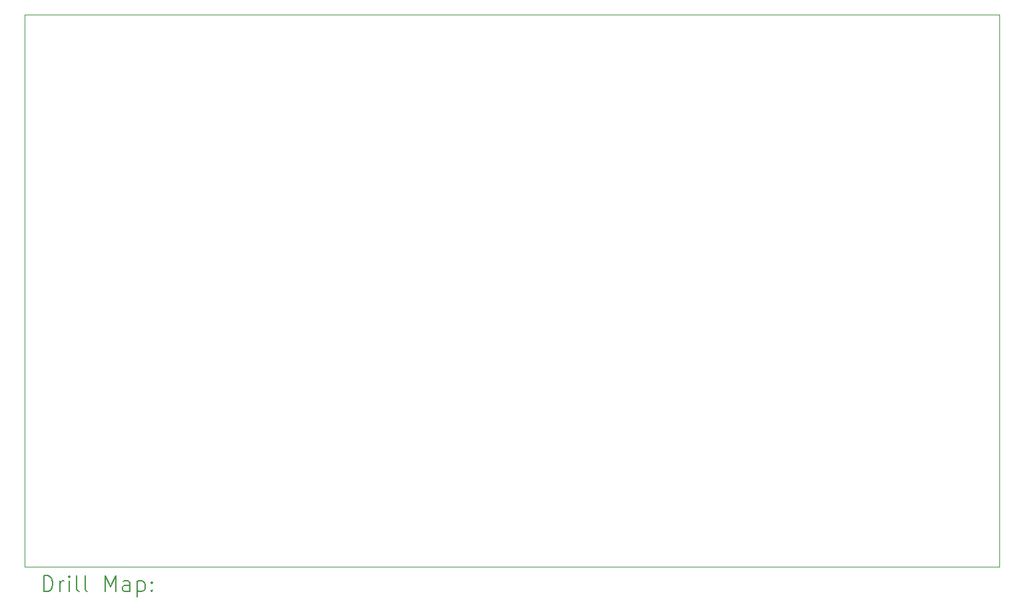
<source format=gbr>
%TF.GenerationSoftware,KiCad,Pcbnew,7.0.2*%
%TF.CreationDate,2023-05-13T16:33:51+02:00*%
%TF.ProjectId,pid_controller,7069645f-636f-46e7-9472-6f6c6c65722e,2.0*%
%TF.SameCoordinates,Original*%
%TF.FileFunction,Drillmap*%
%TF.FilePolarity,Positive*%
%FSLAX45Y45*%
G04 Gerber Fmt 4.5, Leading zero omitted, Abs format (unit mm)*
G04 Created by KiCad (PCBNEW 7.0.2) date 2023-05-13 16:33:51*
%MOMM*%
%LPD*%
G01*
G04 APERTURE LIST*
%ADD10C,0.100000*%
%ADD11C,0.200000*%
G04 APERTURE END LIST*
D10*
X7493000Y-6851650D02*
X19888200Y-6851650D01*
X19888200Y-13874750D01*
X7493000Y-13874750D01*
X7493000Y-6851650D01*
D11*
X7735619Y-14192274D02*
X7735619Y-13992274D01*
X7735619Y-13992274D02*
X7783238Y-13992274D01*
X7783238Y-13992274D02*
X7811809Y-14001798D01*
X7811809Y-14001798D02*
X7830857Y-14020845D01*
X7830857Y-14020845D02*
X7840381Y-14039893D01*
X7840381Y-14039893D02*
X7849905Y-14077988D01*
X7849905Y-14077988D02*
X7849905Y-14106559D01*
X7849905Y-14106559D02*
X7840381Y-14144655D01*
X7840381Y-14144655D02*
X7830857Y-14163702D01*
X7830857Y-14163702D02*
X7811809Y-14182750D01*
X7811809Y-14182750D02*
X7783238Y-14192274D01*
X7783238Y-14192274D02*
X7735619Y-14192274D01*
X7935619Y-14192274D02*
X7935619Y-14058940D01*
X7935619Y-14097036D02*
X7945143Y-14077988D01*
X7945143Y-14077988D02*
X7954667Y-14068464D01*
X7954667Y-14068464D02*
X7973714Y-14058940D01*
X7973714Y-14058940D02*
X7992762Y-14058940D01*
X8059428Y-14192274D02*
X8059428Y-14058940D01*
X8059428Y-13992274D02*
X8049905Y-14001798D01*
X8049905Y-14001798D02*
X8059428Y-14011321D01*
X8059428Y-14011321D02*
X8068952Y-14001798D01*
X8068952Y-14001798D02*
X8059428Y-13992274D01*
X8059428Y-13992274D02*
X8059428Y-14011321D01*
X8183238Y-14192274D02*
X8164190Y-14182750D01*
X8164190Y-14182750D02*
X8154667Y-14163702D01*
X8154667Y-14163702D02*
X8154667Y-13992274D01*
X8288000Y-14192274D02*
X8268952Y-14182750D01*
X8268952Y-14182750D02*
X8259428Y-14163702D01*
X8259428Y-14163702D02*
X8259428Y-13992274D01*
X8516571Y-14192274D02*
X8516571Y-13992274D01*
X8516571Y-13992274D02*
X8583238Y-14135131D01*
X8583238Y-14135131D02*
X8649905Y-13992274D01*
X8649905Y-13992274D02*
X8649905Y-14192274D01*
X8830857Y-14192274D02*
X8830857Y-14087512D01*
X8830857Y-14087512D02*
X8821333Y-14068464D01*
X8821333Y-14068464D02*
X8802286Y-14058940D01*
X8802286Y-14058940D02*
X8764190Y-14058940D01*
X8764190Y-14058940D02*
X8745143Y-14068464D01*
X8830857Y-14182750D02*
X8811810Y-14192274D01*
X8811810Y-14192274D02*
X8764190Y-14192274D01*
X8764190Y-14192274D02*
X8745143Y-14182750D01*
X8745143Y-14182750D02*
X8735619Y-14163702D01*
X8735619Y-14163702D02*
X8735619Y-14144655D01*
X8735619Y-14144655D02*
X8745143Y-14125607D01*
X8745143Y-14125607D02*
X8764190Y-14116083D01*
X8764190Y-14116083D02*
X8811810Y-14116083D01*
X8811810Y-14116083D02*
X8830857Y-14106559D01*
X8926095Y-14058940D02*
X8926095Y-14258940D01*
X8926095Y-14068464D02*
X8945143Y-14058940D01*
X8945143Y-14058940D02*
X8983238Y-14058940D01*
X8983238Y-14058940D02*
X9002286Y-14068464D01*
X9002286Y-14068464D02*
X9011810Y-14077988D01*
X9011810Y-14077988D02*
X9021333Y-14097036D01*
X9021333Y-14097036D02*
X9021333Y-14154178D01*
X9021333Y-14154178D02*
X9011810Y-14173226D01*
X9011810Y-14173226D02*
X9002286Y-14182750D01*
X9002286Y-14182750D02*
X8983238Y-14192274D01*
X8983238Y-14192274D02*
X8945143Y-14192274D01*
X8945143Y-14192274D02*
X8926095Y-14182750D01*
X9107048Y-14173226D02*
X9116571Y-14182750D01*
X9116571Y-14182750D02*
X9107048Y-14192274D01*
X9107048Y-14192274D02*
X9097524Y-14182750D01*
X9097524Y-14182750D02*
X9107048Y-14173226D01*
X9107048Y-14173226D02*
X9107048Y-14192274D01*
X9107048Y-14068464D02*
X9116571Y-14077988D01*
X9116571Y-14077988D02*
X9107048Y-14087512D01*
X9107048Y-14087512D02*
X9097524Y-14077988D01*
X9097524Y-14077988D02*
X9107048Y-14068464D01*
X9107048Y-14068464D02*
X9107048Y-14087512D01*
M02*

</source>
